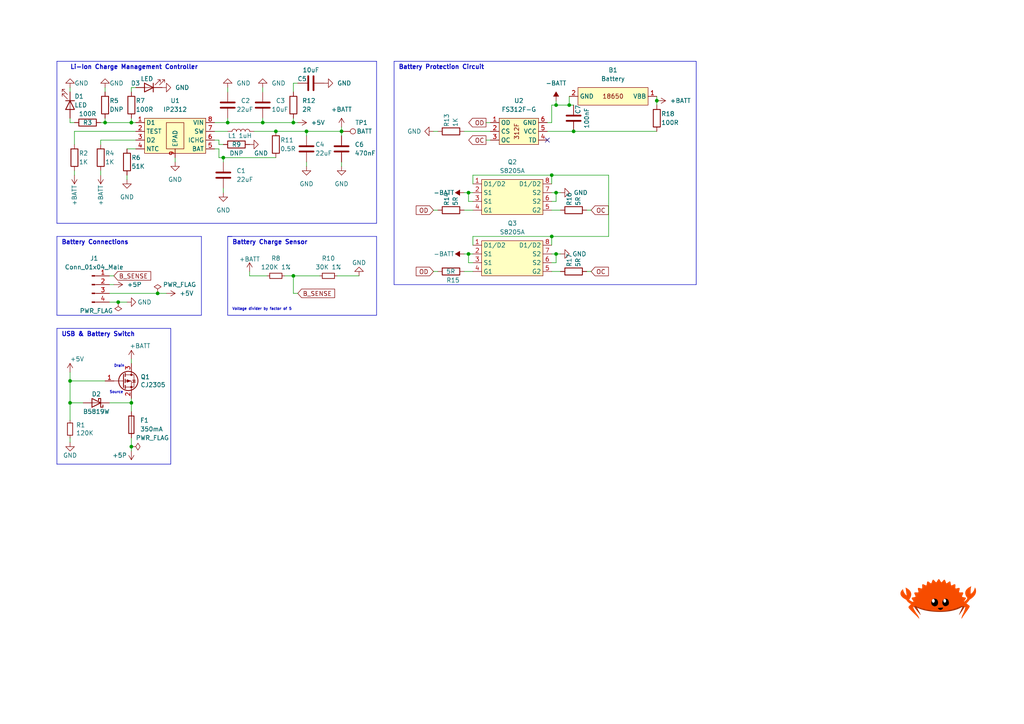
<source format=kicad_sch>
(kicad_sch (version 20230121) (generator eeschema)
  (paper "A4")
  (title_block (title "18650_Slime_Battery") (date "2023-03-05") (rev "V1.0.0") (company "gitlab.com/wigwagwent/18650_slime") (comment 1 "Licensed under CERN-OHL-P v2 or later") (comment 2 "For use with SlimeVR and made with <3"))
  (lib_symbols
    (symbol "18650:18650_Battery"
      (property "Reference" "B" (at 0 2.54 0))
      (property "Value" "18650_Battery" (at 0 0 0))
      (symbol "18650_Battery_0_0"
        (text "18650" (at 0 -3.81 0) (effects (font (size 1.27 1.27))))
      )
      (symbol "18650_Battery_0_1"
        (rectangle (start -10.16 -1.27) (end 10.16 -6.35) (fill (type background)))
      )
      (symbol "18650_Battery_1_1"
        (pin power_out line (at -12.7 -3.81 0) (length 2.54) (name "VBB") (number "1"))
        (pin power_out line (at 12.7 -3.81 180) (length 2.54) (name "GND") (number "2"))
      )
    )
    (symbol "18650:FS312F-G"
      (property "Reference" "U" (at 0 2.54 0))
      (property "Value" "FS312F-G" (at 0 0 0))
      (symbol "FS312F-G_0_0"
        (rectangle (start -5.08 -1.27) (end 6.35 -8.89) (fill (type background)))
        (text "312F" (at 0 -5.08 900) (effects (font (size 1.27 1.27))))
      )
      (symbol "FS312F-G_1_1"
        (pin output line (at -7.62 -2.54 0) (length 2.54) (name "OD") (number "1"))
        (pin input line (at -7.62 -5.08 0) (length 2.54) (name "CS") (number "2"))
        (pin output line (at -7.62 -7.62 0) (length 2.54) (name "OC") (number "3"))
        (pin input line (at 8.89 -7.62 180) (length 2.54) (name "TD") (number "4"))
        (pin input line (at 8.89 -5.08 180) (length 2.54) (name "VCC") (number "5"))
        (pin power_in line (at 8.89 -2.54 180) (length 2.54) (name "GND") (number "6"))
      )
    )
    (symbol "18650:IP2312"
      (property "Reference" "U" (at 0 5.08 0))
      (property "Value" "IP2312" (at 0 2.54 0))
      (symbol "IP2312_0_1"
        (rectangle (start -8.89 1.27) (end 8.89 -8.89) (fill (type background)))
        (rectangle (start -2.54 0) (end 2.54 -7.62))
      )
      (symbol "IP2312_1_1"
        (pin bidirectional line (at -11.43 0 0) (length 2.54) (name "D1") (number "1"))
        (pin input line (at -11.43 -2.54 0) (length 2.54) (name "TEST") (number "2"))
        (pin output line (at -11.43 -5.08 0) (length 2.54) (name "D2") (number "3"))
        (pin input line (at -11.43 -7.62 0) (length 2.54) (name "NTC") (number "4"))
        (pin input line (at 11.43 -7.62 180) (length 2.54) (name "BAT") (number "5"))
        (pin input line (at 11.43 -5.08 180) (length 2.54) (name "ICHG") (number "6"))
        (pin output line (at 11.43 -2.54 180) (length 2.54) (name "SW") (number "7"))
        (pin power_in line (at 11.43 0 180) (length 2.54) (name "VIN") (number "8"))
        (pin power_in line (at 0 -10.16 90) (length 2.54) (name "EPAD") (number "9"))
      )
    )
    (symbol "18650:S8205A"
      (property "Reference" "Q" (at 0 3.81 0))
      (property "Value" "S8205A" (at 0 1.27 0))
      (symbol "S8205A_0_0"
        (rectangle (start -8.89 0) (end 8.89 -10.16) (fill (type background)))
      )
      (symbol "S8205A_1_1"
        (pin bidirectional line (at -11.43 -1.27 0) (length 2.54) (name "D1/D2") (number "1"))
        (pin power_in line (at -11.43 -3.81 0) (length 2.54) (name "S1") (number "2"))
        (pin power_in line (at -11.43 -6.35 0) (length 2.54) (name "S1") (number "3"))
        (pin input line (at -11.43 -8.89 0) (length 2.54) (name "G1") (number "4"))
        (pin input line (at 11.43 -8.89 180) (length 2.54) (name "G2") (number "5"))
        (pin power_in line (at 11.43 -6.35 180) (length 2.54) (name "S2") (number "6"))
        (pin power_in line (at 11.43 -3.81 180) (length 2.54) (name "S2") (number "7"))
        (pin bidirectional line (at 11.43 -1.27 180) (length 2.54) (name "D1/D2") (number "8"))
      )
    )
    (symbol "Connector:Conn_01x04_Pin" (pin_names (offset 1.016) hide)
      (property "Reference" "J" (at 0 5.08 0))
      (property "Value" "Conn_01x04_Pin" (at 0 -7.62 0))
      (symbol "Conn_01x04_Pin_1_1"
        (polyline (pts (xy 1.27 -5.08) (xy 0.8636 -5.08)) (stroke (width 0.1524)))
        (polyline (pts (xy 1.27 -2.54) (xy 0.8636 -2.54)) (stroke (width 0.1524)))
        (polyline (pts (xy 1.27 0) (xy 0.8636 0)) (stroke (width 0.1524)))
        (polyline (pts (xy 1.27 2.54) (xy 0.8636 2.54)) (stroke (width 0.1524)))
        (rectangle (start 0.8636 -4.953) (end 0 -5.207) (stroke (width 0.1524)) (fill (type outline)))
        (rectangle (start 0.8636 -2.413) (end 0 -2.667) (stroke (width 0.1524)) (fill (type outline)))
        (rectangle (start 0.8636 0.127) (end 0 -0.127) (stroke (width 0.1524)) (fill (type outline)))
        (rectangle (start 0.8636 2.667) (end 0 2.413) (stroke (width 0.1524)) (fill (type outline)))
        (pin passive line (at 5.08 2.54 180) (length 3.81) (name "Pin_1") (number "1"))
        (pin passive line (at 5.08 0 180) (length 3.81) (name "Pin_2") (number "2"))
        (pin passive line (at 5.08 -2.54 180) (length 3.81) (name "Pin_3") (number "3"))
        (pin passive line (at 5.08 -5.08 180) (length 3.81) (name "Pin_4") (number "4"))
      )
    )
    (symbol "Connector:TestPoint" (pin_numbers hide) (pin_names (offset 0.762) hide)
      (property "Reference" "TP" (at 0 6.858 0))
      (property "Value" "TestPoint" (at 0 5.08 0))
      (symbol "TestPoint_0_1"
        (circle (center 0 3.302) (radius 0.762))
      )
      (symbol "TestPoint_1_1"
        (pin passive line (at 0 0 90) (length 2.54) (name "1") (number "1"))
      )
    )
    (symbol "Device:C" (pin_numbers hide) (pin_names (offset 0.254))
      (property "Reference" "C" (at 0.635 2.54 0))
      (property "Value" "C" (at 0.635 -2.54 0))
      (symbol "C_0_1"
        (polyline (pts (xy -2.032 -0.762) (xy 2.032 -0.762)) (stroke (width 0.508)))
        (polyline (pts (xy -2.032 0.762) (xy 2.032 0.762)) (stroke (width 0.508)))
      )
      (symbol "C_1_1"
        (pin passive line (at 0 3.81 270) (length 2.794) (name "~") (number "1"))
        (pin passive line (at 0 -3.81 90) (length 2.794) (name "~") (number "2"))
      )
    )
    (symbol "Device:D_Schottky" (pin_numbers hide) (pin_names (offset 1.016) hide)
      (property "Reference" "D" (at 0 2.54 0))
      (property "Value" "D_Schottky" (at 0 -2.54 0))
      (symbol "D_Schottky_0_1"
        (polyline (pts (xy 1.27 0) (xy -1.27 0)))
        (polyline (pts (xy 1.27 1.27) (xy 1.27 -1.27) (xy -1.27 0) (xy 1.27 1.27)) (stroke (width 0.254)))
        (polyline (pts (xy -1.905 0.635) (xy -1.905 1.27) (xy -1.27 1.27) (xy -1.27 -1.27) (xy -0.635 -1.27) (xy -0.635 -0.635)) (stroke (width 0.254)))
      )
      (symbol "D_Schottky_1_1"
        (pin passive line (at -3.81 0 0) (length 2.54) (name "K") (number "1"))
        (pin passive line (at 3.81 0 180) (length 2.54) (name "A") (number "2"))
      )
    )
    (symbol "Device:Fuse" (pin_numbers hide) (pin_names (offset 0))
      (property "Reference" "F" (at 2.032 0 90))
      (property "Value" "Fuse" (at -1.905 0 90))
      (symbol "Fuse_0_1"
        (rectangle (start -0.762 -2.54) (end 0.762 2.54) (stroke (width 0.254)))
        (polyline (pts (xy 0 2.54) (xy 0 -2.54)))
      )
      (symbol "Fuse_1_1"
        (pin passive line (at 0 3.81 270) (length 1.27) (name "~") (number "1"))
        (pin passive line (at 0 -3.81 90) (length 1.27) (name "~") (number "2"))
      )
    )
    (symbol "Device:L" (pin_numbers hide) (pin_names (offset 1.016) hide)
      (property "Reference" "L" (at -1.27 0 90))
      (property "Value" "L" (at 1.905 0 90))
      (symbol "L_0_1"
        (arc (start 0 -2.54) (mid 0.6323 -1.905) (end 0 -1.27))
        (arc (start 0 -1.27) (mid 0.6323 -0.635) (end 0 0))
        (arc (start 0 0) (mid 0.6323 0.635) (end 0 1.27))
        (arc (start 0 1.27) (mid 0.6323 1.905) (end 0 2.54))
      )
      (symbol "L_1_1"
        (pin passive line (at 0 3.81 270) (length 1.27) (name "1") (number "1"))
        (pin passive line (at 0 -3.81 90) (length 1.27) (name "2") (number "2"))
      )
    )
    (symbol "Device:LED" (pin_numbers hide) (pin_names (offset 1.016) hide)
      (property "Reference" "D" (at 0 2.54 0))
      (property "Value" "LED" (at 0 -2.54 0))
      (symbol "LED_0_1"
        (polyline (pts (xy -1.27 -1.27) (xy -1.27 1.27)) (stroke (width 0.254)))
        (polyline (pts (xy -1.27 0) (xy 1.27 0)))
        (polyline (pts (xy 1.27 -1.27) (xy 1.27 1.27) (xy -1.27 0) (xy 1.27 -1.27)) (stroke (width 0.254)))
        (polyline (pts (xy -3.048 -0.762) (xy -4.572 -2.286) (xy -3.81 -2.286) (xy -4.572 -2.286) (xy -4.572 -1.524)))
        (polyline (pts (xy -1.778 -0.762) (xy -3.302 -2.286) (xy -2.54 -2.286) (xy -3.302 -2.286) (xy -3.302 -1.524)))
      )
      (symbol "LED_1_1"
        (pin passive line (at -3.81 0 0) (length 2.54) (name "K") (number "1"))
        (pin passive line (at 3.81 0 180) (length 2.54) (name "A") (number "2"))
      )
    )
    (symbol "Device:R" (pin_numbers hide) (pin_names (offset 0))
      (property "Reference" "R" (at 2.032 0 90))
      (property "Value" "R" (at 0 0 90))
      (symbol "R_0_1"
        (rectangle (start -1.016 -2.54) (end 1.016 2.54) (stroke (width 0.254)))
      )
      (symbol "R_1_1"
        (pin passive line (at 0 3.81 270) (length 1.27) (name "~") (number "1"))
        (pin passive line (at 0 -3.81 90) (length 1.27) (name "~") (number "2"))
      )
    )
    (symbol "Device:R_Small" (pin_numbers hide) (pin_names (offset 0.254) hide)
      (property "Reference" "R" (at 0.762 0.508 0))
      (property "Value" "R_Small" (at 0.762 -1.016 0))
      (symbol "R_Small_0_1"
        (rectangle (start -0.762 1.778) (end 0.762 -1.778) (stroke (width 0.2032)))
      )
      (symbol "R_Small_1_1"
        (pin passive line (at 0 2.54 270) (length 0.762) (name "~") (number "1"))
        (pin passive line (at 0 -2.54 90) (length 0.762) (name "~") (number "2"))
      )
    )
    (symbol "Transistor_FET:DMG2301L" (pin_names hide)
      (property "Reference" "Q" (at 5.08 1.905 0))
      (property "Value" "DMG2301L" (at 5.08 0 0))
      (symbol "DMG2301L_0_1"
        (polyline (pts (xy 0.254 0) (xy -2.54 0)))
        (polyline (pts (xy 0.254 1.905) (xy 0.254 -1.905)) (stroke (width 0.254)))
        (polyline (pts (xy 0.762 -1.27) (xy 0.762 -2.286)) (stroke (width 0.254)))
        (polyline (pts (xy 0.762 0.508) (xy 0.762 -0.508)) (stroke (width 0.254)))
        (polyline (pts (xy 0.762 2.286) (xy 0.762 1.27)) (stroke (width 0.254)))
        (polyline (pts (xy 2.54 2.54) (xy 2.54 1.778)))
        (polyline (pts (xy 2.54 -2.54) (xy 2.54 0) (xy 0.762 0)))
        (polyline (pts (xy 0.762 1.778) (xy 3.302 1.778) (xy 3.302 -1.778) (xy 0.762 -1.778)))
        (polyline (pts (xy 2.286 0) (xy 1.27 0.381) (xy 1.27 -0.381) (xy 2.286 0)) (fill (type outline)))
        (polyline (pts (xy 2.794 -0.508) (xy 2.921 -0.381) (xy 3.683 -0.381) (xy 3.81 -0.254)))
        (polyline (pts (xy 3.302 -0.381) (xy 2.921 0.254) (xy 3.683 0.254) (xy 3.302 -0.381)))
        (circle (center 1.651 0) (radius 2.794) (stroke (width 0.254)))
        (circle (center 2.54 -1.778) (radius 0.254) (fill (type outline)))
        (circle (center 2.54 1.778) (radius 0.254) (fill (type outline)))
      )
      (symbol "DMG2301L_1_1"
        (pin input line (at -5.08 0 0) (length 2.54) (name "G") (number "1"))
        (pin passive line (at 2.54 -5.08 90) (length 2.54) (name "S") (number "2"))
        (pin passive line (at 2.54 5.08 270) (length 2.54) (name "D") (number "3"))
      )
    )
    (symbol "power:+5P" (power) (pin_names (offset 0))
      (property "Value" "+5P" (at 0 3.556 0))
      (symbol "+5P_0_1"
        (polyline (pts (xy -0.762 1.27) (xy 0 2.54)))
        (polyline (pts (xy 0 0) (xy 0 2.54)))
        (polyline (pts (xy 0 2.54) (xy 0.762 1.27)))
      )
      (symbol "+5P_1_1"
        (pin power_in line (at 0 0 90) (length 0) hide (name "+5P") (number "1"))
      )
    )
    (symbol "power:+5V" (power) (pin_names (offset 0))
      (property "Value" "+5V" (at 0 3.556 0))
      (symbol "+5V_0_1"
        (polyline (pts (xy -0.762 1.27) (xy 0 2.54)))
        (polyline (pts (xy 0 0) (xy 0 2.54)))
        (polyline (pts (xy 0 2.54) (xy 0.762 1.27)))
      )
      (symbol "+5V_1_1"
        (pin power_in line (at 0 0 90) (length 0) hide (name "+5V") (number "1"))
      )
    )
    (symbol "power:+BATT" (power) (pin_names (offset 0))
      (property "Value" "+BATT" (at 0 3.556 0))
      (symbol "+BATT_0_1"
        (polyline (pts (xy -0.762 1.27) (xy 0 2.54)))
        (polyline (pts (xy 0 0) (xy 0 2.54)))
        (polyline (pts (xy 0 2.54) (xy 0.762 1.27)))
      )
      (symbol "+BATT_1_1"
        (pin power_in line (at 0 0 90) (length 0) hide (name "+BATT") (number "1"))
      )
    )
    (symbol "power:-BATT" (power) (pin_names (offset 0))
      (property "Value" "-BATT" (at 0 3.556 0))
      (symbol "-BATT_0_1"
        (polyline (pts (xy 0 0) (xy 0 2.54)))
        (polyline (pts (xy 0.762 1.27) (xy -0.762 1.27) (xy 0 2.54) (xy 0.762 1.27)) (fill (type outline)))
      )
      (symbol "-BATT_1_1"
        (pin power_in line (at 0 0 90) (length 0) hide (name "-BATT") (number "1"))
      )
    )
    (symbol "power:GND" (power) (pin_names (offset 0))
      (property "Value" "GND" (at 0 -3.81 0))
      (symbol "GND_0_1"
        (polyline (pts (xy 0 0) (xy 0 -1.27) (xy 1.27 -1.27) (xy 0 -2.54) (xy -1.27 -1.27) (xy 0 -1.27)))
      )
      (symbol "GND_1_1"
        (pin power_in line (at 0 0 270) (length 0) hide (name "GND") (number "1"))
      )
    )
    (symbol "power:PWR_FLAG" (power) (pin_numbers hide) (pin_names (offset 0) hide)
      (property "Value" "PWR_FLAG" (at 0 3.81 0))
      (symbol "PWR_FLAG_0_0"
        (pin power_out line (at 0 0 90) (length 0) (name "pwr") (number "1"))
      )
      (symbol "PWR_FLAG_0_1"
        (polyline (pts (xy 0 0) (xy 0 1.27) (xy -1.016 1.905) (xy 0 2.54) (xy 1.016 1.905) (xy 0 1.27)))
      )
    )
  )
  (junction (at 135.89 55.88))
  (junction (at 161.29 73.66))
  (junction (at 38.1 116.84))
  (junction (at 80.01 38.1))
  (junction (at 190.5 29.21))
  (junction (at 165.1 30.48))
  (junction (at 30.48 35.56))
  (junction (at 161.29 30.48))
  (junction (at 85.09 80.01))
  (junction (at 38.1 35.56))
  (junction (at 166.37 38.1))
  (junction (at 85.09 35.56))
  (junction (at 45.72 85.09))
  (junction (at 99.06 38.1))
  (junction (at 34.29 87.63))
  (junction (at 20.32 116.84))
  (junction (at 161.29 55.88))
  (junction (at 66.04 35.56))
  (junction (at 38.1 129.54))
  (junction (at 20.32 110.49))
  (junction (at 135.89 73.66))
  (junction (at 160.02 68.58))
  (junction (at 160.02 50.8))
  (junction (at 88.9 38.1))
  (junction (at 76.2 35.56))
  (junction (at 64.77 45.72))
  (no_connect (at 158.75 40.64))
  (wire (pts (xy 134.62 38.1) (xy 142.24 38.1)))
  (wire (pts (xy 160.02 76.2) (xy 161.29 76.2)))
  (wire (pts (xy 63.5 41.91) (xy 64.77 41.91)))
  (polyline (pts (xy 16.51 68.58) (xy 58.42 68.58)))
  (wire (pts (xy 63.5 40.64) (xy 63.5 41.91)))
  (wire (pts (xy 38.1 25.4) (xy 39.37 25.4)))
  (wire (pts (xy 99.06 39.37) (xy 99.06 38.1)))
  (polyline (pts (xy 49.53 95.25) (xy 16.51 95.25)))
  (wire (pts (xy 20.32 128.27) (xy 20.32 127)))
  (wire (pts (xy 20.32 110.49) (xy 20.32 116.84)))
  (wire (pts (xy 88.9 38.1) (xy 99.06 38.1)))
  (wire (pts (xy 38.1 104.14) (xy 38.1 105.41)))
  (wire (pts (xy 140.97 35.56) (xy 142.24 35.56)))
  (wire (pts (xy 160.02 73.66) (xy 161.29 73.66)))
  (wire (pts (xy 82.55 80.01) (xy 85.09 80.01)))
  (wire (pts (xy 160.02 68.58) (xy 176.53 68.58)))
  (wire (pts (xy 20.32 107.95) (xy 20.32 110.49)))
  (wire (pts (xy 85.09 24.13) (xy 86.36 24.13)))
  (wire (pts (xy 72.39 78.74) (xy 72.39 80.01)))
  (wire (pts (xy 38.1 130.81) (xy 38.1 129.54)))
  (wire (pts (xy 62.23 43.18) (xy 63.5 43.18)))
  (polyline (pts (xy 16.51 17.78) (xy 109.22 17.78)))
  (wire (pts (xy 31.75 116.84) (xy 38.1 116.84)))
  (wire (pts (xy 66.04 38.1) (xy 62.23 38.1)))
  (wire (pts (xy 160.02 30.48) (xy 161.29 30.48)))
  (wire (pts (xy 176.53 50.8) (xy 160.02 50.8)))
  (wire (pts (xy 62.23 35.56) (xy 66.04 35.56)))
  (wire (pts (xy 88.9 39.37) (xy 88.9 38.1)))
  (polyline (pts (xy 16.51 17.78) (xy 16.51 64.77)))
  (wire (pts (xy 73.66 38.1) (xy 80.01 38.1)))
  (wire (pts (xy 158.75 38.1) (xy 166.37 38.1)))
  (wire (pts (xy 125.73 38.1) (xy 127 38.1)))
  (wire (pts (xy 160.02 68.58) (xy 160.02 71.12)))
  (wire (pts (xy 162.56 73.66) (xy 161.29 73.66)))
  (wire (pts (xy 134.62 55.88) (xy 135.89 55.88)))
  (wire (pts (xy 134.62 78.74) (xy 137.16 78.74)))
  (wire (pts (xy 33.02 80.01) (xy 31.75 80.01)))
  (wire (pts (xy 158.75 35.56) (xy 160.02 35.56)))
  (wire (pts (xy 30.48 25.4) (xy 30.48 26.67)))
  (wire (pts (xy 64.77 55.88) (xy 64.77 54.61)))
  (wire (pts (xy 30.48 110.49) (xy 20.32 110.49)))
  (wire (pts (xy 20.32 116.84) (xy 20.32 121.92)))
  (wire (pts (xy 162.56 60.96) (xy 160.02 60.96)))
  (wire (pts (xy 99.06 36.83) (xy 99.06 38.1)))
  (wire (pts (xy 33.02 82.55) (xy 31.75 82.55)))
  (wire (pts (xy 29.21 40.64) (xy 29.21 41.91)))
  (polyline (pts (xy 16.51 95.25) (xy 16.51 134.62)))
  (wire (pts (xy 137.16 73.66) (xy 135.89 73.66)))
  (polyline (pts (xy 16.51 68.58) (xy 16.51 91.44)))
  (wire (pts (xy 72.39 80.01) (xy 77.47 80.01)))
  (wire (pts (xy 34.29 87.63) (xy 31.75 87.63)))
  (wire (pts (xy 64.77 45.72) (xy 80.01 45.72)))
  (wire (pts (xy 125.73 60.96) (xy 127 60.96)))
  (polyline (pts (xy 114.3 17.78) (xy 201.93 17.78)))
  (wire (pts (xy 161.29 55.88) (xy 161.29 58.42)))
  (wire (pts (xy 21.59 35.56) (xy 20.32 35.56)))
  (wire (pts (xy 63.5 43.18) (xy 63.5 45.72)))
  (wire (pts (xy 190.5 27.94) (xy 190.5 29.21)))
  (wire (pts (xy 80.01 38.1) (xy 88.9 38.1)))
  (wire (pts (xy 29.21 49.53) (xy 29.21 50.8)))
  (wire (pts (xy 160.02 35.56) (xy 160.02 30.48)))
  (wire (pts (xy 125.73 78.74) (xy 127 78.74)))
  (wire (pts (xy 66.04 35.56) (xy 76.2 35.56)))
  (wire (pts (xy 62.23 40.64) (xy 63.5 40.64)))
  (wire (pts (xy 38.1 26.67) (xy 38.1 25.4)))
  (wire (pts (xy 66.04 34.29) (xy 66.04 35.56)))
  (wire (pts (xy 85.09 24.13) (xy 85.09 26.67)))
  (wire (pts (xy 176.53 68.58) (xy 176.53 50.8)))
  (wire (pts (xy 140.97 40.64) (xy 142.24 40.64)))
  (wire (pts (xy 88.9 48.26) (xy 88.9 46.99)))
  (wire (pts (xy 85.09 35.56) (xy 86.36 35.56)))
  (polyline (pts (xy 114.3 82.55) (xy 201.93 82.55)))
  (wire (pts (xy 137.16 50.8) (xy 137.16 53.34)))
  (wire (pts (xy 85.09 80.01) (xy 92.71 80.01)))
  (wire (pts (xy 171.45 60.96) (xy 170.18 60.96)))
  (wire (pts (xy 38.1 35.56) (xy 39.37 35.56)))
  (wire (pts (xy 24.13 116.84) (xy 20.32 116.84)))
  (wire (pts (xy 134.62 60.96) (xy 137.16 60.96)))
  (polyline (pts (xy 49.53 134.62) (xy 49.53 95.25)))
  (wire (pts (xy 21.59 50.8) (xy 21.59 49.53)))
  (wire (pts (xy 190.5 29.21) (xy 190.5 30.48)))
  (wire (pts (xy 20.32 34.29) (xy 20.32 35.56)))
  (wire (pts (xy 48.26 85.09) (xy 45.72 85.09)))
  (polyline (pts (xy 16.51 134.62) (xy 49.53 134.62)))
  (wire (pts (xy 135.89 76.2) (xy 137.16 76.2)))
  (polyline (pts (xy 114.3 17.78) (xy 114.3 82.55)))
  (wire (pts (xy 29.21 40.64) (xy 39.37 40.64)))
  (wire (pts (xy 38.1 115.57) (xy 38.1 116.84)))
  (wire (pts (xy 50.8 46.99) (xy 50.8 45.72)))
  (wire (pts (xy 21.59 41.91) (xy 21.59 38.1)))
  (wire (pts (xy 64.77 46.99) (xy 64.77 45.72)))
  (polyline (pts (xy 16.51 64.77) (xy 109.22 64.77)))
  (polyline (pts (xy 109.22 68.58) (xy 109.22 91.44)))
  (polyline (pts (xy 66.04 91.44) (xy 66.04 68.58)))
  (wire (pts (xy 21.59 38.1) (xy 39.37 38.1)))
  (polyline (pts (xy 16.51 91.44) (xy 58.42 91.44)))
  (wire (pts (xy 76.2 34.29) (xy 76.2 35.56)))
  (wire (pts (xy 137.16 71.12) (xy 137.16 68.58)))
  (wire (pts (xy 190.5 38.1) (xy 166.37 38.1)))
  (wire (pts (xy 161.29 30.48) (xy 165.1 30.48)))
  (wire (pts (xy 20.32 25.4) (xy 20.32 26.67)))
  (wire (pts (xy 165.1 30.48) (xy 166.37 30.48)))
  (wire (pts (xy 29.21 35.56) (xy 30.48 35.56)))
  (wire (pts (xy 162.56 55.88) (xy 161.29 55.88)))
  (wire (pts (xy 162.56 78.74) (xy 160.02 78.74)))
  (wire (pts (xy 76.2 25.4) (xy 76.2 26.67)))
  (wire (pts (xy 38.1 129.54) (xy 38.1 127)))
  (wire (pts (xy 30.48 34.29) (xy 30.48 35.56)))
  (wire (pts (xy 171.45 78.74) (xy 170.18 78.74)))
  (wire (pts (xy 137.16 58.42) (xy 135.89 58.42)))
  (wire (pts (xy 63.5 45.72) (xy 64.77 45.72)))
  (polyline (pts (xy 109.22 17.78) (xy 109.22 64.77)))
  (wire (pts (xy 85.09 34.29) (xy 85.09 35.56)))
  (wire (pts (xy 135.89 73.66) (xy 135.89 76.2)))
  (wire (pts (xy 38.1 119.38) (xy 38.1 116.84)))
  (wire (pts (xy 36.83 52.07) (xy 36.83 50.8)))
  (wire (pts (xy 160.02 55.88) (xy 161.29 55.88)))
  (wire (pts (xy 161.29 29.21) (xy 161.29 30.48)))
  (polyline (pts (xy 201.93 82.55) (xy 201.93 17.78)))
  (wire (pts (xy 76.2 35.56) (xy 85.09 35.56)))
  (wire (pts (xy 99.06 48.26) (xy 99.06 46.99)))
  (wire (pts (xy 45.72 85.09) (xy 31.75 85.09)))
  (polyline (pts (xy 109.22 91.44) (xy 66.04 91.44)))
  (wire (pts (xy 86.36 85.09) (xy 85.09 85.09)))
  (wire (pts (xy 30.48 35.56) (xy 38.1 35.56)))
  (wire (pts (xy 135.89 55.88) (xy 137.16 55.88)))
  (wire (pts (xy 97.79 80.01) (xy 104.14 80.01)))
  (wire (pts (xy 160.02 58.42) (xy 161.29 58.42)))
  (wire (pts (xy 165.1 27.94) (xy 165.1 30.48)))
  (wire (pts (xy 38.1 34.29) (xy 38.1 35.56)))
  (wire (pts (xy 137.16 68.58) (xy 160.02 68.58)))
  (wire (pts (xy 134.62 73.66) (xy 135.89 73.66)))
  (wire (pts (xy 85.09 85.09) (xy 85.09 80.01)))
  (wire (pts (xy 36.83 43.18) (xy 39.37 43.18)))
  (wire (pts (xy 36.83 87.63) (xy 34.29 87.63)))
  (polyline (pts (xy 58.42 91.44) (xy 58.42 68.58)))
  (wire (pts (xy 160.02 50.8) (xy 137.16 50.8)))
  (wire (pts (xy 161.29 73.66) (xy 161.29 76.2)))
  (wire (pts (xy 135.89 58.42) (xy 135.89 55.88)))
  (wire (pts (xy 66.04 25.4) (xy 66.04 26.67)))
  (polyline (pts (xy 66.04 68.58) (xy 67.31 68.58)))
  (polyline (pts (xy 66.04 68.58) (xy 109.22 68.58)))
  (wire (pts (xy 160.02 53.34) (xy 160.02 50.8)))
  (image (at 272.1595 173.7895) (scale 0.221118))
  (text "Battery Connections" (at 17.78 71.12 0) (effects (font (size 1.27 1.27) (thickness 0.254) bold) (justify left bottom)))
  (text "Battery Protection Circuit" (at 115.57 20.32 0) (effects (font (size 1.27 1.27) (thickness 0.254) bold) (justify left bottom)))
  (text "Li-Ion Charge Management Controller" (at 20.32 20.32 0) (effects (font (size 1.27 1.27) (thickness 0.254) bold) (justify left bottom)))
  (text "Drain" (at 33.02 106.68 0) (effects (font (size 0.75 0.75)) (justify left bottom)))
  (text "Voltage divider by factor of 5" (at 67.31 90.17 0) (effects (font (size 0.75 0.75)) (justify left bottom)))
  (text "Source" (at 31.75 114.3 0) (effects (font (size 0.75 0.75)) (justify left bottom)))
  (text "USB & Battery Switch" (at 17.78 97.79 0) (effects (font (size 1.27 1.27) (thickness 0.254) bold) (justify left bottom)))
  (text "Battery Charge Sensor" (at 67.31 71.12 0) (effects (font (size 1.27 1.27) (thickness 0.254) bold) (justify left bottom)))
  (global_label "OD" (shape input) (at 125.73 78.74 180) (property "Intersheetrefs" "${INTERSHEET_REFS}" (effects hide)))
  (global_label "OC" (shape input) (at 171.45 78.74 0) (property "Intersheetrefs" "${INTERSHEET_REFS}" (effects hide)))
  (global_label "OD" (shape output) (at 140.97 35.56 180) (property "Intersheetrefs" "${INTERSHEET_REFS}" (effects hide)))
  (global_label "OC" (shape output) (at 140.97 40.64 180) (property "Intersheetrefs" "${INTERSHEET_REFS}" (effects hide)))
  (global_label "B_SENSE" (shape input) (at 33.02 80.01 0) (property "Intersheetrefs" "${INTERSHEET_REFS}" (effects hide)))
  (global_label "OD" (shape input) (at 125.73 60.96 180) (property "Intersheetrefs" "${INTERSHEET_REFS}" (effects hide)))
  (global_label "B_SENSE" (shape input) (at 86.36 85.09 0) (property "Intersheetrefs" "${INTERSHEET_REFS}" (effects hide)))
  (global_label "OC" (shape input) (at 171.45 60.96 0) (property "Intersheetrefs" "${INTERSHEET_REFS}" (effects hide)))
  (symbol (lib_id "power:+BATT") (at 190.5 29.21 270) (unit 1)
    (property "Reference" "#PWR032" (effects hide))
    (property "Value" "+BATT" (at 194.31 29.2099 90) (effects (justify left)))
  )
  (symbol (lib_id "Device:R") (at 29.21 45.72 0) (unit 1)
    (property "Reference" "R4" (at 30.48 44.45 0) (effects (justify left)))
    (property "Value" "1K" (at 30.48 46.99 0) (effects (justify left)))
    (property "Footprint" "Resistor_SMD:R_0805_2012Metric_Pad1.20x1.40mm_HandSolder" (effects hide))
  )
  (symbol (lib_id "power:GND") (at 72.39 41.91 90) (unit 1)
    (property "Reference" "#PWR018" (effects hide))
    (property "Value" "GND" (at 73.66 44.45 90) (effects (justify right)))
  )
  (symbol (lib_id "Device:R_Small") (at 20.32 124.46 0) (unit 1)
    (property "Reference" "R1" (at 22.0472 123.2916 0) (effects (justify left)))
    (property "Value" "120K" (at 22.0472 125.603 0) (effects (justify left)))
    (property "Footprint" "Resistor_SMD:R_0805_2012Metric_Pad1.20x1.40mm_HandSolder" (effects hide))
  )
  (symbol (lib_id "Device:C") (at 88.9 43.18 0) (unit 1)
    (property "Reference" "C4" (at 91.44 41.91 0) (effects (justify left)))
    (property "Value" "22uF" (at 91.44 44.45 0) (effects (justify left)))
    (property "Footprint" "Capacitor_SMD:C_0805_2012Metric_Pad1.18x1.45mm_HandSolder" (effects hide))
  )
  (symbol (lib_id "Device:C") (at 90.17 24.13 270) (unit 1)
    (property "Reference" "C5" (at 87.63 22.86 90))
    (property "Value" "10uF" (at 90.17 20.32 90))
    (property "Footprint" "Capacitor_SMD:C_0805_2012Metric_Pad1.18x1.45mm_HandSolder" (effects hide))
  )
  (symbol (lib_id "Device:R") (at 130.81 60.96 90) (unit 1)
    (property "Reference" "R14" (at 129.54 59.69 0) (effects (justify left)))
    (property "Value" "5R" (at 132.08 59.69 0) (effects (justify left)))
    (property "Footprint" "Resistor_SMD:R_0805_2012Metric_Pad1.20x1.40mm_HandSolder" (effects hide))
  )
  (symbol (lib_id "Device:D_Schottky") (at 27.94 116.84 180) (unit 1)
    (property "Reference" "D2" (at 27.94 114.3 0))
    (property "Value" "B5819W" (at 27.94 119.38 0))
    (property "Footprint" "Diode_SMD:D_SOD-123" (effects hide))
  )
  (symbol (lib_id "power:+BATT") (at 99.06 36.83 0) (unit 1)
    (property "Reference" "#PWR024" (effects hide))
    (property "Value" "+BATT" (at 99.06 31.75 0))
  )
  (symbol (lib_id "power:GND") (at 64.77 55.88 0) (unit 1)
    (property "Reference" "#PWR016" (effects hide))
    (property "Value" "GND" (at 64.77 60.96 0))
  )
  (symbol (lib_id "power:GND") (at 88.9 48.26 0) (unit 1)
    (property "Reference" "#PWR022" (effects hide))
    (property "Value" "GND" (at 88.9 53.34 0))
  )
  (symbol (lib_id "power:GND") (at 76.2 25.4 180) (unit 1)
    (property "Reference" "#PWR019" (effects hide))
    (property "Value" "GND" (at 78.74 24.1299 0) (effects (justify right)))
  )
  (symbol (lib_id "Device:R") (at 30.48 30.48 0) (unit 1)
    (property "Reference" "R5" (at 31.75 29.21 0) (effects (justify left)))
    (property "Value" "DNP" (at 31.75 31.75 0) (effects (justify left)))
    (property "Footprint" "Resistor_SMD:R_0805_2012Metric_Pad1.20x1.40mm_HandSolder" (effects hide))
  )
  (symbol (lib_id "18650:S8205A") (at 148.59 52.07 0) (unit 1)
    (property "Reference" "Q2" (at 148.59 46.99 0))
    (property "Value" "S8205A" (at 148.59 49.53 0))
    (property "Footprint" "Package_SO:TSSOP-8_4.4x3mm_P0.65mm" (effects hide))
  )
  (symbol (lib_id "power:-BATT") (at 161.29 29.21 0) (unit 1)
    (property "Reference" "#PWR029" (effects hide))
    (property "Value" "-BATT" (at 161.29 24.13 0))
  )
  (symbol (lib_id "Device:R") (at 166.37 78.74 90) (unit 1)
    (property "Reference" "R17" (at 165.1 77.47 0) (effects (justify left)))
    (property "Value" "5R" (at 167.64 77.47 0) (effects (justify left)))
    (property "Footprint" "Resistor_SMD:R_0805_2012Metric_Pad1.20x1.40mm_HandSolder" (effects hide))
  )
  (symbol (lib_id "Device:LED") (at 43.18 25.4 180) (unit 1)
    (property "Reference" "D3" (at 40.64 24.13 0) (effects (justify left)))
    (property "Value" "LED" (at 44.45 22.86 0) (effects (justify left)))
    (property "Footprint" "LED_SMD:LED_0603_1608Metric_Pad1.05x0.95mm_HandSolder" (effects hide))
  )
  (symbol (lib_id "Transistor_FET:DMG2301L") (at 35.56 110.49 0) (unit 1)
    (property "Reference" "Q1" (at 40.7416 109.3216 0) (effects (justify left)))
    (property "Value" "CJ2305" (at 40.7416 111.633 0) (effects (justify left)))
    (property "Footprint" "Package_TO_SOT_SMD:SOT-23" (effects hide))
    (property "Datasheet" "https://www.diodes.com/assets/Datasheets/DMG2301L.pdf" (effects hide))
  )
  (symbol (lib_id "Connector:TestPoint") (at 99.06 38.1 270) (unit 1)
    (property "Reference" "TP1" (at 106.68 35.56 90) (effects (justify right)))
    (property "Value" "BATT" (at 107.95 38.1 90) (effects (justify right)))
    (property "Footprint" "TestPoint:TestPoint_Pad_D1.0mm" (effects hide))
  )
  (symbol (lib_id "power:GND") (at 20.32 128.27 0) (unit 1)
    (property "Reference" "#PWR03" (effects hide))
    (property "Value" "GND" (at 20.32 132.08 0))
  )
  (symbol (lib_id "power:-BATT") (at 134.62 55.88 90) (unit 1)
    (property "Reference" "#PWR027" (effects hide))
    (property "Value" "-BATT" (at 125.73 55.88 90) (effects (justify right)))
  )
  (symbol (lib_id "power:GND") (at 125.73 38.1 270) (unit 1)
    (property "Reference" "#PWR026" (effects hide))
    (property "Value" "GND" (at 118.11 38.1 90) (effects (justify left)))
  )
  (symbol (lib_id "Device:R") (at 130.81 38.1 90) (unit 1)
    (property "Reference" "R13" (at 129.54 36.83 0) (effects (justify left)))
    (property "Value" "1K" (at 132.08 36.83 0) (effects (justify left)))
    (property "Footprint" "Resistor_SMD:R_0805_2012Metric_Pad1.20x1.40mm_HandSolder" (effects hide))
  )
  (symbol (lib_id "18650:18650_Battery") (at 177.8 31.75 180) (unit 1)
    (property "Reference" "B1" (at 177.8 20.32 0))
    (property "Value" "Battery" (at 177.8 22.86 0))
    (property "Footprint" "18650:18650_Battery" (effects hide))
  )
  (symbol (lib_id "power:-BATT") (at 134.62 73.66 90) (unit 1)
    (property "Reference" "#PWR028" (effects hide))
    (property "Value" "-BATT" (at 125.73 73.66 90) (effects (justify right)))
  )
  (symbol (lib_id "power:+BATT") (at 21.59 50.8 180) (unit 1)
    (property "Reference" "#PWR04" (effects hide))
    (property "Value" "+BATT" (at 21.59 59.69 90) (effects (justify right)))
  )
  (symbol (lib_id "power:GND") (at 104.14 80.01 180) (unit 1)
    (property "Reference" "#PWR021" (effects hide))
    (property "Value" "GND" (at 104.14 76.2 0))
  )
  (symbol (lib_id "Device:C") (at 99.06 43.18 0) (unit 1)
    (property "Reference" "C6" (at 102.87 41.9099 0) (effects (justify left)))
    (property "Value" "470nF" (at 102.87 44.4499 0) (effects (justify left)))
    (property "Footprint" "Capacitor_SMD:C_0805_2012Metric_Pad1.18x1.45mm_HandSolder" (effects hide))
  )
  (symbol (lib_id "Device:R") (at 80.01 41.91 0) (unit 1)
    (property "Reference" "R11" (at 81.28 40.64 0) (effects (justify left)))
    (property "Value" "0.5R" (at 81.28 43.18 0) (effects (justify left)))
    (property "Footprint" "Resistor_SMD:R_0805_2012Metric_Pad1.20x1.40mm_HandSolder" (effects hide))
  )
  (symbol (lib_id "Device:R_Small") (at 95.25 80.01 90) (unit 1)
    (property "Reference" "R10" (at 95.25 74.93 90))
    (property "Value" "30K 1%" (at 95.25 77.47 90))
    (property "Footprint" "Resistor_SMD:R_0805_2012Metric_Pad1.20x1.40mm_HandSolder" (effects hide))
  )
  (symbol (lib_id "power:PWR_FLAG") (at 38.1 129.54 270) (unit 1)
    (property "Reference" "#FLG01" (effects hide))
    (property "Value" "PWR_FLAG" (at 39.37 127 90) (effects (justify left)))
  )
  (symbol (lib_id "Connector:Conn_01x04_Pin") (at 26.67 82.55 0) (unit 1)
    (property "Reference" "J1" (at 27.305 74.93 0))
    (property "Value" "Conn_01x04_Male" (at 27.305 77.47 0))
    (property "Footprint" "Connector_PinSocket_2.54mm:PinSocket_1x04_P2.54mm_Horizontal" (effects hide))
  )
  (symbol (lib_id "power:GND") (at 36.83 87.63 90) (unit 1)
    (property "Reference" "#PWR09" (effects hide))
    (property "Value" "GND" (at 41.91 87.63 90))
  )
  (symbol (lib_id "power:+BATT") (at 72.39 78.74 0) (unit 1)
    (property "Reference" "#PWR015" (effects hide))
    (property "Value" "+BATT" (at 72.39 75.184 0))
  )
  (symbol (lib_id "Device:R") (at 36.83 46.99 0) (unit 1)
    (property "Reference" "R6" (at 38.1 45.72 0) (effects (justify left)))
    (property "Value" "51K" (at 38.1 48.26 0) (effects (justify left)))
    (property "Footprint" "Resistor_SMD:R_0805_2012Metric_Pad1.20x1.40mm_HandSolder" (effects hide))
  )
  (symbol (lib_id "power:GND") (at 30.48 25.4 180) (unit 1)
    (property "Reference" "#PWR06" (effects hide))
    (property "Value" "GND" (at 31.75 24.13 0) (effects (justify right)))
  )
  (symbol (lib_id "18650:S8205A") (at 148.59 69.85 0) (unit 1)
    (property "Reference" "Q3" (at 148.59 64.77 0))
    (property "Value" "S8205A" (at 148.59 67.31 0))
    (property "Footprint" "Package_SO:TSSOP-8_4.4x3mm_P0.65mm" (effects hide))
  )
  (symbol (lib_id "power:GND") (at 162.56 55.88 90) (unit 1)
    (property "Reference" "#PWR030" (effects hide))
    (property "Value" "GND" (at 166.37 55.8799 90) (effects (justify right)))
  )
  (symbol (lib_id "Device:C") (at 64.77 50.8 0) (unit 1)
    (property "Reference" "C1" (at 68.58 49.5299 0) (effects (justify left)))
    (property "Value" "22uF" (at 68.58 52.0699 0) (effects (justify left)))
    (property "Footprint" "Capacitor_SMD:C_0805_2012Metric_Pad1.18x1.45mm_HandSolder" (effects hide))
  )
  (symbol (lib_id "power:+5V") (at 20.32 107.95 0) (unit 1)
    (property "Reference" "#PWR02" (effects hide))
    (property "Value" "+5V" (at 20.32 104.14 0) (effects (justify left)))
  )
  (symbol (lib_id "Device:Fuse") (at 38.1 123.19 0) (unit 1)
    (property "Reference" "F1" (at 40.64 121.9199 0) (effects (justify left)))
    (property "Value" "350mA" (at 40.64 124.4599 0) (effects (justify left)))
    (property "Footprint" "Capacitor_SMD:C_0805_2012Metric_Pad1.18x1.45mm_HandSolder" (effects hide))
    (property "LCSC" "C269103" (effects hide))
    (property "MANUFACTURER" "SMD0805B035TF" (effects hide))
  )
  (symbol (lib_id "Device:R") (at 190.5 34.29 0) (unit 1)
    (property "Reference" "R18" (at 191.77 33.02 0) (effects (justify left)))
    (property "Value" "100R" (at 191.77 35.56 0) (effects (justify left)))
    (property "Footprint" "Resistor_SMD:R_0805_2012Metric_Pad1.20x1.40mm_HandSolder" (effects hide))
  )
  (symbol (lib_id "Device:C") (at 166.37 34.29 180) (unit 1)
    (property "Reference" "C7" (at 167.64 31.75 90))
    (property "Value" "100nF" (at 170.18 34.29 90))
    (property "Footprint" "Capacitor_SMD:C_0805_2012Metric_Pad1.18x1.45mm_HandSolder" (effects hide))
  )
  (symbol (lib_id "power:GND") (at 50.8 46.99 0) (unit 1)
    (property "Reference" "#PWR014" (effects hide))
    (property "Value" "GND" (at 50.8 52.07 0))
  )
  (symbol (lib_id "Device:C") (at 66.04 30.48 0) (unit 1)
    (property "Reference" "C2" (at 69.85 29.21 0) (effects (justify left)))
    (property "Value" "22uF" (at 68.58 31.75 0) (effects (justify left)))
    (property "Footprint" "Capacitor_SMD:C_0805_2012Metric_Pad1.18x1.45mm_HandSolder" (effects hide))
  )
  (symbol (lib_id "power:GND") (at 20.32 25.4 180) (unit 1)
    (property "Reference" "#PWR01" (effects hide))
    (property "Value" "GND" (at 21.59 24.13 0) (effects (justify right)))
  )
  (symbol (lib_id "power:GND") (at 36.83 52.07 0) (unit 1)
    (property "Reference" "#PWR010" (effects hide))
    (property "Value" "GND" (at 36.83 57.15 0))
  )
  (symbol (lib_id "Device:LED") (at 20.32 30.48 270) (unit 1)
    (property "Reference" "D1" (at 21.59 27.94 90) (effects (justify left)))
    (property "Value" "LED" (at 21.59 30.48 90) (effects (justify left)))
    (property "Footprint" "LED_SMD:LED_0603_1608Metric_Pad1.05x0.95mm_HandSolder" (effects hide))
  )
  (symbol (lib_id "Device:R") (at 25.4 35.56 90) (unit 1)
    (property "Reference" "R3" (at 25.4 35.56 90))
    (property "Value" "100R" (at 25.4 33.02 90))
    (property "Footprint" "Resistor_SMD:R_0805_2012Metric_Pad1.20x1.40mm_HandSolder" (effects hide))
  )
  (symbol (lib_id "18650:IP2312") (at 50.8 35.56 0) (unit 1)
    (property "Reference" "U1" (at 50.8 29.21 0))
    (property "Value" "IP2312" (at 50.8 31.75 0))
    (property "Footprint" "18650:IP2312" (effects hide))
  )
  (symbol (lib_id "18650:FS312F-G") (at 149.86 33.02 0) (unit 1)
    (property "Reference" "U2" (at 150.495 29.21 0))
    (property "Value" "FS312F-G" (at 150.495 31.75 0))
    (property "Footprint" "Package_TO_SOT_SMD:SOT-23-6_Handsoldering" (effects hide))
  )
  (symbol (lib_id "power:+5V") (at 86.36 35.56 270) (unit 1)
    (property "Reference" "#PWR020" (effects hide))
    (property "Value" "+5V" (at 90.17 35.56 90) (effects (justify left)))
  )
  (symbol (lib_id "power:GND") (at 162.56 73.66 90) (unit 1)
    (property "Reference" "#PWR031" (effects hide))
    (property "Value" "GND" (at 166.0019 73.6599 90) (effects (justify right)))
  )
  (symbol (lib_id "power:PWR_FLAG") (at 45.72 85.09 0) (unit 1)
    (property "Reference" "#FLG03" (effects hide))
    (property "Value" "PWR_FLAG" (at 52.07 82.55 0))
  )
  (symbol (lib_id "power:+5P") (at 38.1 130.81 180) (unit 1)
    (property "Reference" "#PWR012" (effects hide))
    (property "Value" "+5P" (at 36.83 132.08 0) (effects (justify left)))
  )
  (symbol (lib_id "Device:R") (at 130.81 78.74 90) (unit 1)
    (property "Reference" "R15" (at 133.35 81.28 90) (effects (justify left)))
    (property "Value" "5R" (at 132.08 78.74 90) (effects (justify left)))
    (property "Footprint" "Resistor_SMD:R_0805_2012Metric_Pad1.20x1.40mm_HandSolder" (effects hide))
  )
  (symbol (lib_id "power:GND") (at 93.98 24.13 90) (unit 1)
    (property "Reference" "#PWR023" (effects hide))
    (property "Value" "GND" (at 97.79 24.1299 90) (effects (justify right)))
  )
  (symbol (lib_id "power:+5V") (at 48.26 85.09 270) (unit 1)
    (property "Reference" "#PWR08" (effects hide))
    (property "Value" "+5V" (at 52.07 85.09 90) (effects (justify left)))
  )
  (symbol (lib_id "Device:R") (at 166.37 60.96 90) (unit 1)
    (property "Reference" "R16" (at 165.1 59.69 0) (effects (justify left)))
    (property "Value" "5R" (at 167.64 59.69 0) (effects (justify left)))
    (property "Footprint" "Resistor_SMD:R_0805_2012Metric_Pad1.20x1.40mm_HandSolder" (effects hide))
  )
  (symbol (lib_id "power:GND") (at 46.99 25.4 90) (unit 1)
    (property "Reference" "#PWR013" (effects hide))
    (property "Value" "GND" (at 50.8 25.4 90) (effects (justify right)))
  )
  (symbol (lib_id "Device:C") (at 76.2 30.48 0) (unit 1)
    (property "Reference" "C3" (at 80.01 29.21 0) (effects (justify left)))
    (property "Value" "10uF" (at 78.74 31.75 0) (effects (justify left)))
    (property "Footprint" "Capacitor_SMD:C_0805_2012Metric_Pad1.18x1.45mm_HandSolder" (effects hide))
  )
  (symbol (lib_id "power:PWR_FLAG") (at 34.29 87.63 180) (unit 1)
    (property "Reference" "#FLG02" (effects hide))
    (property "Value" "PWR_FLAG" (at 27.94 90.17 0))
  )
  (symbol (lib_id "Device:R") (at 85.09 30.48 0) (unit 1)
    (property "Reference" "R12" (at 87.63 29.21 0) (effects (justify left)))
    (property "Value" "2R" (at 87.63 31.7499 0) (effects (justify left)))
    (property "Footprint" "Resistor_SMD:R_0805_2012Metric_Pad1.20x1.40mm_HandSolder" (effects hide))
  )
  (symbol (lib_id "power:GND") (at 66.04 25.4 180) (unit 1)
    (property "Reference" "#PWR017" (effects hide))
    (property "Value" "GND" (at 68.58 24.1299 0) (effects (justify right)))
  )
  (symbol (lib_id "power:+BATT") (at 29.21 50.8 180) (unit 1)
    (property "Reference" "#PWR05" (effects hide))
    (property "Value" "+BATT" (at 29.21 59.69 90) (effects (justify right)))
  )
  (symbol (lib_id "power:+BATT") (at 38.1 104.14 0) (unit 1)
    (property "Reference" "#PWR011" (effects hide))
    (property "Value" "+BATT" (at 40.64 100.33 0))
  )
  (symbol (lib_id "power:GND") (at 99.06 48.26 0) (unit 1)
    (property "Reference" "#PWR025" (effects hide))
    (property "Value" "GND" (at 99.06 53.34 0))
  )
  (symbol (lib_id "Device:L") (at 69.85 38.1 90) (unit 1)
    (property "Reference" "L1" (at 67.31 39.37 90))
    (property "Value" "1uH" (at 71.12 39.37 90))
    (property "Footprint" "18650:CY54-1.0UH" (effects hide))
  )
  (symbol (lib_id "Device:R_Small") (at 80.01 80.01 90) (unit 1)
    (property "Reference" "R8" (at 80.01 74.93 90))
    (property "Value" "120K 1%" (at 80.01 77.47 90))
    (property "Footprint" "Resistor_SMD:R_0805_2012Metric_Pad1.20x1.40mm_HandSolder" (effects hide))
  )
  (symbol (lib_id "power:+5P") (at 33.02 82.55 270) (unit 1)
    (property "Reference" "#PWR07" (effects hide))
    (property "Value" "+5P" (at 36.83 82.55 90) (effects (justify left)))
  )
  (symbol (lib_id "Device:R") (at 21.59 45.72 0) (unit 1)
    (property "Reference" "R2" (at 22.86 44.45 0) (effects (justify left)))
    (property "Value" "1K" (at 22.86 46.99 0) (effects (justify left)))
    (property "Footprint" "Resistor_SMD:R_0805_2012Metric_Pad1.20x1.40mm_HandSolder" (effects hide))
  )
  (symbol (lib_id "Device:R") (at 38.1 30.48 0) (unit 1)
    (property "Reference" "R7" (at 39.37 29.21 0) (effects (justify left)))
    (property "Value" "100R" (at 39.37 31.75 0) (effects (justify left)))
    (property "Footprint" "Resistor_SMD:R_0805_2012Metric_Pad1.20x1.40mm_HandSolder" (effects hide))
  )
  (symbol (lib_id "Device:R") (at 68.58 41.91 90) (unit 1)
    (property "Reference" "R9" (at 68.58 41.91 90))
    (property "Value" "DNP" (at 68.58 44.45 90))
    (property "Footprint" "Resistor_SMD:R_0805_2012Metric_Pad1.20x1.40mm_HandSolder" (effects hide))
  )
)
</source>
